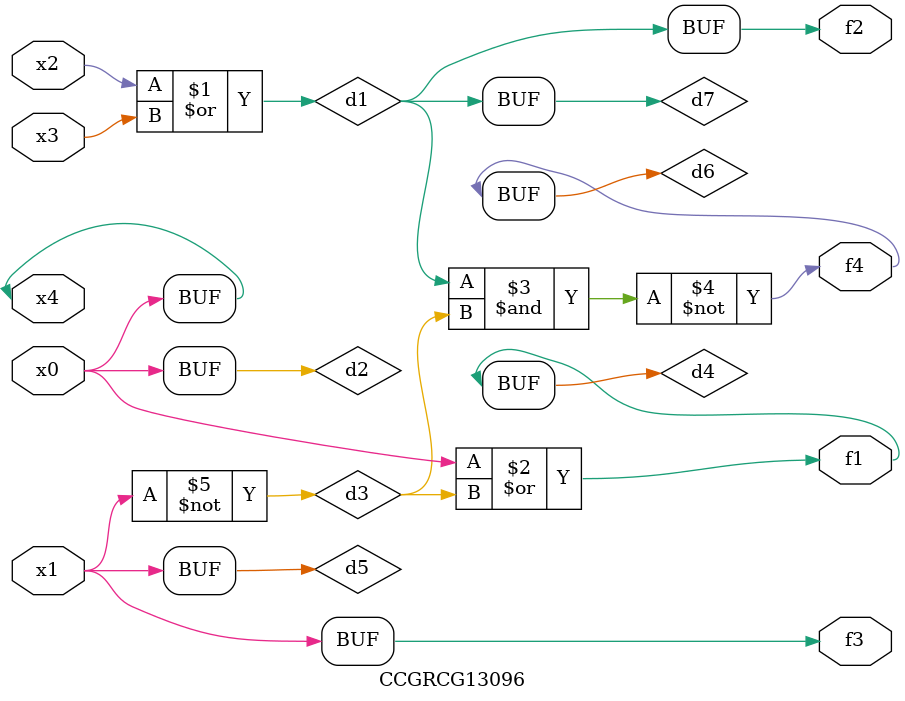
<source format=v>
module CCGRCG13096(
	input x0, x1, x2, x3, x4,
	output f1, f2, f3, f4
);

	wire d1, d2, d3, d4, d5, d6, d7;

	or (d1, x2, x3);
	buf (d2, x0, x4);
	not (d3, x1);
	or (d4, d2, d3);
	not (d5, d3);
	nand (d6, d1, d3);
	or (d7, d1);
	assign f1 = d4;
	assign f2 = d7;
	assign f3 = d5;
	assign f4 = d6;
endmodule

</source>
